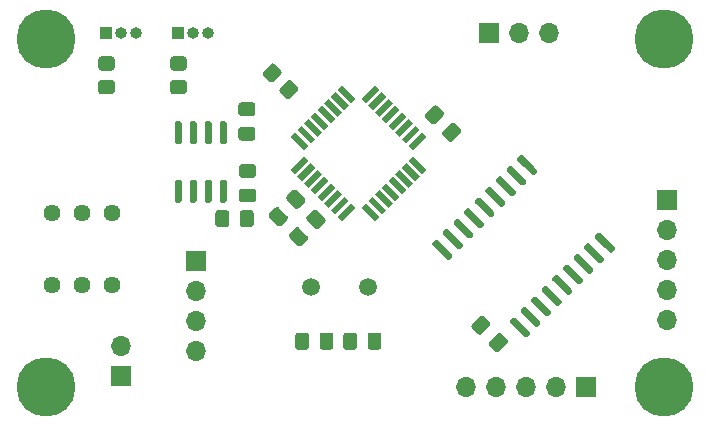
<source format=gbr>
%TF.GenerationSoftware,KiCad,Pcbnew,(5.1.8)-1*%
%TF.CreationDate,2021-01-04T13:49:47+01:00*%
%TF.ProjectId,fablab,6661626c-6162-42e6-9b69-6361645f7063,rev?*%
%TF.SameCoordinates,Original*%
%TF.FileFunction,Soldermask,Top*%
%TF.FilePolarity,Negative*%
%FSLAX46Y46*%
G04 Gerber Fmt 4.6, Leading zero omitted, Abs format (unit mm)*
G04 Created by KiCad (PCBNEW (5.1.8)-1) date 2021-01-04 13:49:47*
%MOMM*%
%LPD*%
G01*
G04 APERTURE LIST*
%ADD10C,5.000000*%
%ADD11C,2.900000*%
%ADD12R,1.700000X1.700000*%
%ADD13O,1.700000X1.700000*%
%ADD14O,1.000000X1.000000*%
%ADD15R,1.000000X1.000000*%
%ADD16C,1.440000*%
%ADD17C,0.100000*%
%ADD18C,1.500000*%
G04 APERTURE END LIST*
D10*
%TO.C,H3*%
X17780000Y-182880000D03*
D11*
X17780000Y-182880000D03*
%TD*%
D10*
%TO.C,H1*%
X17780000Y-153416000D03*
D11*
X17780000Y-153416000D03*
%TD*%
D10*
%TO.C,H4*%
X70104000Y-182880000D03*
D11*
X70104000Y-182880000D03*
%TD*%
D10*
%TO.C,H2*%
X70104000Y-153416000D03*
D11*
X70104000Y-153416000D03*
%TD*%
%TO.C,C1*%
G36*
G01*
X34323000Y-166058000D02*
X35273000Y-166058000D01*
G75*
G02*
X35523000Y-166308000I0J-250000D01*
G01*
X35523000Y-166983000D01*
G75*
G02*
X35273000Y-167233000I-250000J0D01*
G01*
X34323000Y-167233000D01*
G75*
G02*
X34073000Y-166983000I0J250000D01*
G01*
X34073000Y-166308000D01*
G75*
G02*
X34323000Y-166058000I250000J0D01*
G01*
G37*
G36*
G01*
X34323000Y-163983000D02*
X35273000Y-163983000D01*
G75*
G02*
X35523000Y-164233000I0J-250000D01*
G01*
X35523000Y-164908000D01*
G75*
G02*
X35273000Y-165158000I-250000J0D01*
G01*
X34323000Y-165158000D01*
G75*
G02*
X34073000Y-164908000I0J250000D01*
G01*
X34073000Y-164233000D01*
G75*
G02*
X34323000Y-163983000I250000J0D01*
G01*
G37*
%TD*%
%TO.C,C2*%
G36*
G01*
X35222200Y-159925600D02*
X34272200Y-159925600D01*
G75*
G02*
X34022200Y-159675600I0J250000D01*
G01*
X34022200Y-159000600D01*
G75*
G02*
X34272200Y-158750600I250000J0D01*
G01*
X35222200Y-158750600D01*
G75*
G02*
X35472200Y-159000600I0J-250000D01*
G01*
X35472200Y-159675600D01*
G75*
G02*
X35222200Y-159925600I-250000J0D01*
G01*
G37*
G36*
G01*
X35222200Y-162000600D02*
X34272200Y-162000600D01*
G75*
G02*
X34022200Y-161750600I0J250000D01*
G01*
X34022200Y-161075600D01*
G75*
G02*
X34272200Y-160825600I250000J0D01*
G01*
X35222200Y-160825600D01*
G75*
G02*
X35472200Y-161075600I0J-250000D01*
G01*
X35472200Y-161750600D01*
G75*
G02*
X35222200Y-162000600I-250000J0D01*
G01*
G37*
%TD*%
%TO.C,C3*%
G36*
G01*
X33250000Y-168125000D02*
X33250000Y-169075000D01*
G75*
G02*
X33000000Y-169325000I-250000J0D01*
G01*
X32325000Y-169325000D01*
G75*
G02*
X32075000Y-169075000I0J250000D01*
G01*
X32075000Y-168125000D01*
G75*
G02*
X32325000Y-167875000I250000J0D01*
G01*
X33000000Y-167875000D01*
G75*
G02*
X33250000Y-168125000I0J-250000D01*
G01*
G37*
G36*
G01*
X35325000Y-168125000D02*
X35325000Y-169075000D01*
G75*
G02*
X35075000Y-169325000I-250000J0D01*
G01*
X34400000Y-169325000D01*
G75*
G02*
X34150000Y-169075000I0J250000D01*
G01*
X34150000Y-168125000D01*
G75*
G02*
X34400000Y-167875000I250000J0D01*
G01*
X35075000Y-167875000D01*
G75*
G02*
X35325000Y-168125000I0J-250000D01*
G01*
G37*
%TD*%
%TO.C,C7*%
G36*
G01*
X55282322Y-179004073D02*
X55954073Y-178332322D01*
G75*
G02*
X56307627Y-178332322I176777J-176777D01*
G01*
X56784924Y-178809619D01*
G75*
G02*
X56784924Y-179163173I-176777J-176777D01*
G01*
X56113173Y-179834924D01*
G75*
G02*
X55759619Y-179834924I-176777J176777D01*
G01*
X55282322Y-179357627D01*
G75*
G02*
X55282322Y-179004073I176777J176777D01*
G01*
G37*
G36*
G01*
X53815076Y-177536827D02*
X54486827Y-176865076D01*
G75*
G02*
X54840381Y-176865076I176777J-176777D01*
G01*
X55317678Y-177342373D01*
G75*
G02*
X55317678Y-177695927I-176777J-176777D01*
G01*
X54645927Y-178367678D01*
G75*
G02*
X54292373Y-178367678I-176777J176777D01*
G01*
X53815076Y-177890381D01*
G75*
G02*
X53815076Y-177536827I176777J176777D01*
G01*
G37*
%TD*%
%TO.C,R1*%
G36*
G01*
X22409999Y-156864000D02*
X23310001Y-156864000D01*
G75*
G02*
X23560000Y-157113999I0J-249999D01*
G01*
X23560000Y-157814001D01*
G75*
G02*
X23310001Y-158064000I-249999J0D01*
G01*
X22409999Y-158064000D01*
G75*
G02*
X22160000Y-157814001I0J249999D01*
G01*
X22160000Y-157113999D01*
G75*
G02*
X22409999Y-156864000I249999J0D01*
G01*
G37*
G36*
G01*
X22409999Y-154864000D02*
X23310001Y-154864000D01*
G75*
G02*
X23560000Y-155113999I0J-249999D01*
G01*
X23560000Y-155814001D01*
G75*
G02*
X23310001Y-156064000I-249999J0D01*
G01*
X22409999Y-156064000D01*
G75*
G02*
X22160000Y-155814001I0J249999D01*
G01*
X22160000Y-155113999D01*
G75*
G02*
X22409999Y-154864000I249999J0D01*
G01*
G37*
%TD*%
%TO.C,R2*%
G36*
G01*
X28505999Y-156864000D02*
X29406001Y-156864000D01*
G75*
G02*
X29656000Y-157113999I0J-249999D01*
G01*
X29656000Y-157814001D01*
G75*
G02*
X29406001Y-158064000I-249999J0D01*
G01*
X28505999Y-158064000D01*
G75*
G02*
X28256000Y-157814001I0J249999D01*
G01*
X28256000Y-157113999D01*
G75*
G02*
X28505999Y-156864000I249999J0D01*
G01*
G37*
G36*
G01*
X28505999Y-154864000D02*
X29406001Y-154864000D01*
G75*
G02*
X29656000Y-155113999I0J-249999D01*
G01*
X29656000Y-155814001D01*
G75*
G02*
X29406001Y-156064000I-249999J0D01*
G01*
X28505999Y-156064000D01*
G75*
G02*
X28256000Y-155814001I0J249999D01*
G01*
X28256000Y-155113999D01*
G75*
G02*
X28505999Y-154864000I249999J0D01*
G01*
G37*
%TD*%
%TO.C,R3*%
G36*
G01*
X37556644Y-157573042D02*
X38193042Y-156936644D01*
G75*
G02*
X38546594Y-156936644I176776J-176776D01*
G01*
X39041570Y-157431620D01*
G75*
G02*
X39041570Y-157785172I-176776J-176776D01*
G01*
X38405172Y-158421570D01*
G75*
G02*
X38051620Y-158421570I-176776J176776D01*
G01*
X37556644Y-157926594D01*
G75*
G02*
X37556644Y-157573042I176776J176776D01*
G01*
G37*
G36*
G01*
X36142430Y-156158828D02*
X36778828Y-155522430D01*
G75*
G02*
X37132380Y-155522430I176776J-176776D01*
G01*
X37627356Y-156017406D01*
G75*
G02*
X37627356Y-156370958I-176776J-176776D01*
G01*
X36990958Y-157007356D01*
G75*
G02*
X36637406Y-157007356I-176776J176776D01*
G01*
X36142430Y-156512380D01*
G75*
G02*
X36142430Y-156158828I176776J176776D01*
G01*
G37*
%TD*%
D12*
%TO.C,J5*%
X63500000Y-182880000D03*
D13*
X60960000Y-182880000D03*
X58420000Y-182880000D03*
X55880000Y-182880000D03*
X53340000Y-182880000D03*
%TD*%
D12*
%TO.C,J4*%
X70300000Y-167000000D03*
D13*
X70300000Y-169540000D03*
X70300000Y-172080000D03*
X70300000Y-174620000D03*
X70300000Y-177160000D03*
%TD*%
%TO.C,C4*%
G36*
G01*
X51367678Y-159895927D02*
X50695927Y-160567678D01*
G75*
G02*
X50342373Y-160567678I-176777J176777D01*
G01*
X49865076Y-160090381D01*
G75*
G02*
X49865076Y-159736827I176777J176777D01*
G01*
X50536827Y-159065076D01*
G75*
G02*
X50890381Y-159065076I176777J-176777D01*
G01*
X51367678Y-159542373D01*
G75*
G02*
X51367678Y-159895927I-176777J-176777D01*
G01*
G37*
G36*
G01*
X52834924Y-161363173D02*
X52163173Y-162034924D01*
G75*
G02*
X51809619Y-162034924I-176777J176777D01*
G01*
X51332322Y-161557627D01*
G75*
G02*
X51332322Y-161204073I176777J176777D01*
G01*
X52004073Y-160532322D01*
G75*
G02*
X52357627Y-160532322I176777J-176777D01*
G01*
X52834924Y-161009619D01*
G75*
G02*
X52834924Y-161363173I-176777J-176777D01*
G01*
G37*
%TD*%
D14*
%TO.C,U1*%
X25400000Y-152908000D03*
X24130000Y-152908000D03*
D15*
X22860000Y-152908000D03*
%TD*%
D14*
%TO.C,U2*%
X31496000Y-152908000D03*
X30226000Y-152908000D03*
D15*
X28956000Y-152908000D03*
%TD*%
%TO.C,C5*%
G36*
G01*
X38831000Y-179451000D02*
X38831000Y-178501000D01*
G75*
G02*
X39081000Y-178251000I250000J0D01*
G01*
X39756000Y-178251000D01*
G75*
G02*
X40006000Y-178501000I0J-250000D01*
G01*
X40006000Y-179451000D01*
G75*
G02*
X39756000Y-179701000I-250000J0D01*
G01*
X39081000Y-179701000D01*
G75*
G02*
X38831000Y-179451000I0J250000D01*
G01*
G37*
G36*
G01*
X40906000Y-179451000D02*
X40906000Y-178501000D01*
G75*
G02*
X41156000Y-178251000I250000J0D01*
G01*
X41831000Y-178251000D01*
G75*
G02*
X42081000Y-178501000I0J-250000D01*
G01*
X42081000Y-179451000D01*
G75*
G02*
X41831000Y-179701000I-250000J0D01*
G01*
X41156000Y-179701000D01*
G75*
G02*
X40906000Y-179451000I0J250000D01*
G01*
G37*
%TD*%
%TO.C,C6*%
G36*
G01*
X44970000Y-179451000D02*
X44970000Y-178501000D01*
G75*
G02*
X45220000Y-178251000I250000J0D01*
G01*
X45895000Y-178251000D01*
G75*
G02*
X46145000Y-178501000I0J-250000D01*
G01*
X46145000Y-179451000D01*
G75*
G02*
X45895000Y-179701000I-250000J0D01*
G01*
X45220000Y-179701000D01*
G75*
G02*
X44970000Y-179451000I0J250000D01*
G01*
G37*
G36*
G01*
X42895000Y-179451000D02*
X42895000Y-178501000D01*
G75*
G02*
X43145000Y-178251000I250000J0D01*
G01*
X43820000Y-178251000D01*
G75*
G02*
X44070000Y-178501000I0J-250000D01*
G01*
X44070000Y-179451000D01*
G75*
G02*
X43820000Y-179701000I-250000J0D01*
G01*
X43145000Y-179701000D01*
G75*
G02*
X42895000Y-179451000I0J250000D01*
G01*
G37*
%TD*%
D12*
%TO.C,J2*%
X24053800Y-181965600D03*
D13*
X24053800Y-179425600D03*
%TD*%
D16*
%TO.C,RV1*%
X18288000Y-168148000D03*
X20828000Y-168148000D03*
X23368000Y-168148000D03*
%TD*%
%TO.C,RV2*%
X23368000Y-174244000D03*
X20828000Y-174244000D03*
X18288000Y-174244000D03*
%TD*%
%TO.C,U3*%
G36*
G01*
X32605000Y-160350000D02*
X32905000Y-160350000D01*
G75*
G02*
X33055000Y-160500000I0J-150000D01*
G01*
X33055000Y-162150000D01*
G75*
G02*
X32905000Y-162300000I-150000J0D01*
G01*
X32605000Y-162300000D01*
G75*
G02*
X32455000Y-162150000I0J150000D01*
G01*
X32455000Y-160500000D01*
G75*
G02*
X32605000Y-160350000I150000J0D01*
G01*
G37*
G36*
G01*
X31335000Y-160350000D02*
X31635000Y-160350000D01*
G75*
G02*
X31785000Y-160500000I0J-150000D01*
G01*
X31785000Y-162150000D01*
G75*
G02*
X31635000Y-162300000I-150000J0D01*
G01*
X31335000Y-162300000D01*
G75*
G02*
X31185000Y-162150000I0J150000D01*
G01*
X31185000Y-160500000D01*
G75*
G02*
X31335000Y-160350000I150000J0D01*
G01*
G37*
G36*
G01*
X30065000Y-160350000D02*
X30365000Y-160350000D01*
G75*
G02*
X30515000Y-160500000I0J-150000D01*
G01*
X30515000Y-162150000D01*
G75*
G02*
X30365000Y-162300000I-150000J0D01*
G01*
X30065000Y-162300000D01*
G75*
G02*
X29915000Y-162150000I0J150000D01*
G01*
X29915000Y-160500000D01*
G75*
G02*
X30065000Y-160350000I150000J0D01*
G01*
G37*
G36*
G01*
X28795000Y-160350000D02*
X29095000Y-160350000D01*
G75*
G02*
X29245000Y-160500000I0J-150000D01*
G01*
X29245000Y-162150000D01*
G75*
G02*
X29095000Y-162300000I-150000J0D01*
G01*
X28795000Y-162300000D01*
G75*
G02*
X28645000Y-162150000I0J150000D01*
G01*
X28645000Y-160500000D01*
G75*
G02*
X28795000Y-160350000I150000J0D01*
G01*
G37*
G36*
G01*
X28795000Y-165300000D02*
X29095000Y-165300000D01*
G75*
G02*
X29245000Y-165450000I0J-150000D01*
G01*
X29245000Y-167100000D01*
G75*
G02*
X29095000Y-167250000I-150000J0D01*
G01*
X28795000Y-167250000D01*
G75*
G02*
X28645000Y-167100000I0J150000D01*
G01*
X28645000Y-165450000D01*
G75*
G02*
X28795000Y-165300000I150000J0D01*
G01*
G37*
G36*
G01*
X30065000Y-165300000D02*
X30365000Y-165300000D01*
G75*
G02*
X30515000Y-165450000I0J-150000D01*
G01*
X30515000Y-167100000D01*
G75*
G02*
X30365000Y-167250000I-150000J0D01*
G01*
X30065000Y-167250000D01*
G75*
G02*
X29915000Y-167100000I0J150000D01*
G01*
X29915000Y-165450000D01*
G75*
G02*
X30065000Y-165300000I150000J0D01*
G01*
G37*
G36*
G01*
X31335000Y-165300000D02*
X31635000Y-165300000D01*
G75*
G02*
X31785000Y-165450000I0J-150000D01*
G01*
X31785000Y-167100000D01*
G75*
G02*
X31635000Y-167250000I-150000J0D01*
G01*
X31335000Y-167250000D01*
G75*
G02*
X31185000Y-167100000I0J150000D01*
G01*
X31185000Y-165450000D01*
G75*
G02*
X31335000Y-165300000I150000J0D01*
G01*
G37*
G36*
G01*
X32605000Y-165300000D02*
X32905000Y-165300000D01*
G75*
G02*
X33055000Y-165450000I0J-150000D01*
G01*
X33055000Y-167100000D01*
G75*
G02*
X32905000Y-167250000I-150000J0D01*
G01*
X32605000Y-167250000D01*
G75*
G02*
X32455000Y-167100000I0J150000D01*
G01*
X32455000Y-165450000D01*
G75*
G02*
X32605000Y-165300000I150000J0D01*
G01*
G37*
%TD*%
D17*
%TO.C,U4*%
G36*
X38839666Y-164853445D02*
G01*
X38450757Y-164464536D01*
X39582128Y-163333165D01*
X39971037Y-163722074D01*
X38839666Y-164853445D01*
G37*
G36*
X39405352Y-165419130D02*
G01*
X39016443Y-165030221D01*
X40147814Y-163898850D01*
X40536723Y-164287759D01*
X39405352Y-165419130D01*
G37*
G36*
X39971037Y-165984816D02*
G01*
X39582128Y-165595907D01*
X40713499Y-164464536D01*
X41102408Y-164853445D01*
X39971037Y-165984816D01*
G37*
G36*
X40536722Y-166550501D02*
G01*
X40147813Y-166161592D01*
X41279184Y-165030221D01*
X41668093Y-165419130D01*
X40536722Y-166550501D01*
G37*
G36*
X41102408Y-167116187D02*
G01*
X40713499Y-166727278D01*
X41844870Y-165595907D01*
X42233779Y-165984816D01*
X41102408Y-167116187D01*
G37*
G36*
X41668093Y-167681872D02*
G01*
X41279184Y-167292963D01*
X42410555Y-166161592D01*
X42799464Y-166550501D01*
X41668093Y-167681872D01*
G37*
G36*
X42233779Y-168247557D02*
G01*
X41844870Y-167858648D01*
X42976241Y-166727277D01*
X43365150Y-167116186D01*
X42233779Y-168247557D01*
G37*
G36*
X42799464Y-168813243D02*
G01*
X42410555Y-168424334D01*
X43541926Y-167292963D01*
X43930835Y-167681872D01*
X42799464Y-168813243D01*
G37*
G36*
X45981445Y-168424334D02*
G01*
X45592536Y-168813243D01*
X44461165Y-167681872D01*
X44850074Y-167292963D01*
X45981445Y-168424334D01*
G37*
G36*
X46547130Y-167858648D02*
G01*
X46158221Y-168247557D01*
X45026850Y-167116186D01*
X45415759Y-166727277D01*
X46547130Y-167858648D01*
G37*
G36*
X47112816Y-167292963D02*
G01*
X46723907Y-167681872D01*
X45592536Y-166550501D01*
X45981445Y-166161592D01*
X47112816Y-167292963D01*
G37*
G36*
X47678501Y-166727278D02*
G01*
X47289592Y-167116187D01*
X46158221Y-165984816D01*
X46547130Y-165595907D01*
X47678501Y-166727278D01*
G37*
G36*
X48244187Y-166161592D02*
G01*
X47855278Y-166550501D01*
X46723907Y-165419130D01*
X47112816Y-165030221D01*
X48244187Y-166161592D01*
G37*
G36*
X48809872Y-165595907D02*
G01*
X48420963Y-165984816D01*
X47289592Y-164853445D01*
X47678501Y-164464536D01*
X48809872Y-165595907D01*
G37*
G36*
X49375557Y-165030221D02*
G01*
X48986648Y-165419130D01*
X47855277Y-164287759D01*
X48244186Y-163898850D01*
X49375557Y-165030221D01*
G37*
G36*
X49941243Y-164464536D02*
G01*
X49552334Y-164853445D01*
X48420963Y-163722074D01*
X48809872Y-163333165D01*
X49941243Y-164464536D01*
G37*
G36*
X48809872Y-162802835D02*
G01*
X48420963Y-162413926D01*
X49552334Y-161282555D01*
X49941243Y-161671464D01*
X48809872Y-162802835D01*
G37*
G36*
X48244186Y-162237150D02*
G01*
X47855277Y-161848241D01*
X48986648Y-160716870D01*
X49375557Y-161105779D01*
X48244186Y-162237150D01*
G37*
G36*
X47678501Y-161671464D02*
G01*
X47289592Y-161282555D01*
X48420963Y-160151184D01*
X48809872Y-160540093D01*
X47678501Y-161671464D01*
G37*
G36*
X47112816Y-161105779D02*
G01*
X46723907Y-160716870D01*
X47855278Y-159585499D01*
X48244187Y-159974408D01*
X47112816Y-161105779D01*
G37*
G36*
X46547130Y-160540093D02*
G01*
X46158221Y-160151184D01*
X47289592Y-159019813D01*
X47678501Y-159408722D01*
X46547130Y-160540093D01*
G37*
G36*
X45981445Y-159974408D02*
G01*
X45592536Y-159585499D01*
X46723907Y-158454128D01*
X47112816Y-158843037D01*
X45981445Y-159974408D01*
G37*
G36*
X45415759Y-159408723D02*
G01*
X45026850Y-159019814D01*
X46158221Y-157888443D01*
X46547130Y-158277352D01*
X45415759Y-159408723D01*
G37*
G36*
X44850074Y-158843037D02*
G01*
X44461165Y-158454128D01*
X45592536Y-157322757D01*
X45981445Y-157711666D01*
X44850074Y-158843037D01*
G37*
G36*
X43930835Y-158454128D02*
G01*
X43541926Y-158843037D01*
X42410555Y-157711666D01*
X42799464Y-157322757D01*
X43930835Y-158454128D01*
G37*
G36*
X43365150Y-159019814D02*
G01*
X42976241Y-159408723D01*
X41844870Y-158277352D01*
X42233779Y-157888443D01*
X43365150Y-159019814D01*
G37*
G36*
X42799464Y-159585499D02*
G01*
X42410555Y-159974408D01*
X41279184Y-158843037D01*
X41668093Y-158454128D01*
X42799464Y-159585499D01*
G37*
G36*
X42233779Y-160151184D02*
G01*
X41844870Y-160540093D01*
X40713499Y-159408722D01*
X41102408Y-159019813D01*
X42233779Y-160151184D01*
G37*
G36*
X41668093Y-160716870D02*
G01*
X41279184Y-161105779D01*
X40147813Y-159974408D01*
X40536722Y-159585499D01*
X41668093Y-160716870D01*
G37*
G36*
X41102408Y-161282555D02*
G01*
X40713499Y-161671464D01*
X39582128Y-160540093D01*
X39971037Y-160151184D01*
X41102408Y-161282555D01*
G37*
G36*
X40536723Y-161848241D02*
G01*
X40147814Y-162237150D01*
X39016443Y-161105779D01*
X39405352Y-160716870D01*
X40536723Y-161848241D01*
G37*
G36*
X39971037Y-162413926D02*
G01*
X39582128Y-162802835D01*
X38450757Y-161671464D01*
X38839666Y-161282555D01*
X39971037Y-162413926D01*
G37*
%TD*%
%TO.C,U5*%
G36*
G01*
X57639206Y-163443133D02*
X57851338Y-163231001D01*
G75*
G02*
X58063470Y-163231001I106066J-106066D01*
G01*
X59300906Y-164468437D01*
G75*
G02*
X59300906Y-164680569I-106066J-106066D01*
G01*
X59088774Y-164892701D01*
G75*
G02*
X58876642Y-164892701I-106066J106066D01*
G01*
X57639206Y-163655265D01*
G75*
G02*
X57639206Y-163443133I106066J106066D01*
G01*
G37*
G36*
G01*
X56741180Y-164341159D02*
X56953312Y-164129027D01*
G75*
G02*
X57165444Y-164129027I106066J-106066D01*
G01*
X58402880Y-165366463D01*
G75*
G02*
X58402880Y-165578595I-106066J-106066D01*
G01*
X58190748Y-165790727D01*
G75*
G02*
X57978616Y-165790727I-106066J106066D01*
G01*
X56741180Y-164553291D01*
G75*
G02*
X56741180Y-164341159I106066J106066D01*
G01*
G37*
G36*
G01*
X55843155Y-165239184D02*
X56055287Y-165027052D01*
G75*
G02*
X56267419Y-165027052I106066J-106066D01*
G01*
X57504855Y-166264488D01*
G75*
G02*
X57504855Y-166476620I-106066J-106066D01*
G01*
X57292723Y-166688752D01*
G75*
G02*
X57080591Y-166688752I-106066J106066D01*
G01*
X55843155Y-165451316D01*
G75*
G02*
X55843155Y-165239184I106066J106066D01*
G01*
G37*
G36*
G01*
X54945129Y-166137210D02*
X55157261Y-165925078D01*
G75*
G02*
X55369393Y-165925078I106066J-106066D01*
G01*
X56606829Y-167162514D01*
G75*
G02*
X56606829Y-167374646I-106066J-106066D01*
G01*
X56394697Y-167586778D01*
G75*
G02*
X56182565Y-167586778I-106066J106066D01*
G01*
X54945129Y-166349342D01*
G75*
G02*
X54945129Y-166137210I106066J106066D01*
G01*
G37*
G36*
G01*
X54047103Y-167035235D02*
X54259235Y-166823103D01*
G75*
G02*
X54471367Y-166823103I106066J-106066D01*
G01*
X55708803Y-168060539D01*
G75*
G02*
X55708803Y-168272671I-106066J-106066D01*
G01*
X55496671Y-168484803D01*
G75*
G02*
X55284539Y-168484803I-106066J106066D01*
G01*
X54047103Y-167247367D01*
G75*
G02*
X54047103Y-167035235I106066J106066D01*
G01*
G37*
G36*
G01*
X53149078Y-167933261D02*
X53361210Y-167721129D01*
G75*
G02*
X53573342Y-167721129I106066J-106066D01*
G01*
X54810778Y-168958565D01*
G75*
G02*
X54810778Y-169170697I-106066J-106066D01*
G01*
X54598646Y-169382829D01*
G75*
G02*
X54386514Y-169382829I-106066J106066D01*
G01*
X53149078Y-168145393D01*
G75*
G02*
X53149078Y-167933261I106066J106066D01*
G01*
G37*
G36*
G01*
X52251052Y-168831287D02*
X52463184Y-168619155D01*
G75*
G02*
X52675316Y-168619155I106066J-106066D01*
G01*
X53912752Y-169856591D01*
G75*
G02*
X53912752Y-170068723I-106066J-106066D01*
G01*
X53700620Y-170280855D01*
G75*
G02*
X53488488Y-170280855I-106066J106066D01*
G01*
X52251052Y-169043419D01*
G75*
G02*
X52251052Y-168831287I106066J106066D01*
G01*
G37*
G36*
G01*
X51353027Y-169729312D02*
X51565159Y-169517180D01*
G75*
G02*
X51777291Y-169517180I106066J-106066D01*
G01*
X53014727Y-170754616D01*
G75*
G02*
X53014727Y-170966748I-106066J-106066D01*
G01*
X52802595Y-171178880D01*
G75*
G02*
X52590463Y-171178880I-106066J106066D01*
G01*
X51353027Y-169941444D01*
G75*
G02*
X51353027Y-169729312I106066J106066D01*
G01*
G37*
G36*
G01*
X50455001Y-170627338D02*
X50667133Y-170415206D01*
G75*
G02*
X50879265Y-170415206I106066J-106066D01*
G01*
X52116701Y-171652642D01*
G75*
G02*
X52116701Y-171864774I-106066J-106066D01*
G01*
X51904569Y-172076906D01*
G75*
G02*
X51692437Y-172076906I-106066J106066D01*
G01*
X50455001Y-170839470D01*
G75*
G02*
X50455001Y-170627338I106066J106066D01*
G01*
G37*
G36*
G01*
X57031094Y-177203431D02*
X57243226Y-176991299D01*
G75*
G02*
X57455358Y-176991299I106066J-106066D01*
G01*
X58692794Y-178228735D01*
G75*
G02*
X58692794Y-178440867I-106066J-106066D01*
G01*
X58480662Y-178652999D01*
G75*
G02*
X58268530Y-178652999I-106066J106066D01*
G01*
X57031094Y-177415563D01*
G75*
G02*
X57031094Y-177203431I106066J106066D01*
G01*
G37*
G36*
G01*
X57929120Y-176305405D02*
X58141252Y-176093273D01*
G75*
G02*
X58353384Y-176093273I106066J-106066D01*
G01*
X59590820Y-177330709D01*
G75*
G02*
X59590820Y-177542841I-106066J-106066D01*
G01*
X59378688Y-177754973D01*
G75*
G02*
X59166556Y-177754973I-106066J106066D01*
G01*
X57929120Y-176517537D01*
G75*
G02*
X57929120Y-176305405I106066J106066D01*
G01*
G37*
G36*
G01*
X58827145Y-175407380D02*
X59039277Y-175195248D01*
G75*
G02*
X59251409Y-175195248I106066J-106066D01*
G01*
X60488845Y-176432684D01*
G75*
G02*
X60488845Y-176644816I-106066J-106066D01*
G01*
X60276713Y-176856948D01*
G75*
G02*
X60064581Y-176856948I-106066J106066D01*
G01*
X58827145Y-175619512D01*
G75*
G02*
X58827145Y-175407380I106066J106066D01*
G01*
G37*
G36*
G01*
X59725171Y-174509354D02*
X59937303Y-174297222D01*
G75*
G02*
X60149435Y-174297222I106066J-106066D01*
G01*
X61386871Y-175534658D01*
G75*
G02*
X61386871Y-175746790I-106066J-106066D01*
G01*
X61174739Y-175958922D01*
G75*
G02*
X60962607Y-175958922I-106066J106066D01*
G01*
X59725171Y-174721486D01*
G75*
G02*
X59725171Y-174509354I106066J106066D01*
G01*
G37*
G36*
G01*
X60623197Y-173611329D02*
X60835329Y-173399197D01*
G75*
G02*
X61047461Y-173399197I106066J-106066D01*
G01*
X62284897Y-174636633D01*
G75*
G02*
X62284897Y-174848765I-106066J-106066D01*
G01*
X62072765Y-175060897D01*
G75*
G02*
X61860633Y-175060897I-106066J106066D01*
G01*
X60623197Y-173823461D01*
G75*
G02*
X60623197Y-173611329I106066J106066D01*
G01*
G37*
G36*
G01*
X61521222Y-172713303D02*
X61733354Y-172501171D01*
G75*
G02*
X61945486Y-172501171I106066J-106066D01*
G01*
X63182922Y-173738607D01*
G75*
G02*
X63182922Y-173950739I-106066J-106066D01*
G01*
X62970790Y-174162871D01*
G75*
G02*
X62758658Y-174162871I-106066J106066D01*
G01*
X61521222Y-172925435D01*
G75*
G02*
X61521222Y-172713303I106066J106066D01*
G01*
G37*
G36*
G01*
X62419248Y-171815277D02*
X62631380Y-171603145D01*
G75*
G02*
X62843512Y-171603145I106066J-106066D01*
G01*
X64080948Y-172840581D01*
G75*
G02*
X64080948Y-173052713I-106066J-106066D01*
G01*
X63868816Y-173264845D01*
G75*
G02*
X63656684Y-173264845I-106066J106066D01*
G01*
X62419248Y-172027409D01*
G75*
G02*
X62419248Y-171815277I106066J106066D01*
G01*
G37*
G36*
G01*
X63317273Y-170917252D02*
X63529405Y-170705120D01*
G75*
G02*
X63741537Y-170705120I106066J-106066D01*
G01*
X64978973Y-171942556D01*
G75*
G02*
X64978973Y-172154688I-106066J-106066D01*
G01*
X64766841Y-172366820D01*
G75*
G02*
X64554709Y-172366820I-106066J106066D01*
G01*
X63317273Y-171129384D01*
G75*
G02*
X63317273Y-170917252I106066J106066D01*
G01*
G37*
G36*
G01*
X64215299Y-170019226D02*
X64427431Y-169807094D01*
G75*
G02*
X64639563Y-169807094I106066J-106066D01*
G01*
X65876999Y-171044530D01*
G75*
G02*
X65876999Y-171256662I-106066J-106066D01*
G01*
X65664867Y-171468794D01*
G75*
G02*
X65452735Y-171468794I-106066J106066D01*
G01*
X64215299Y-170231358D01*
G75*
G02*
X64215299Y-170019226I106066J106066D01*
G01*
G37*
%TD*%
D18*
%TO.C,Y1*%
X45028000Y-174404000D03*
X40148000Y-174404000D03*
%TD*%
%TO.C,C8*%
G36*
G01*
X37495927Y-167682322D02*
X38167678Y-168354073D01*
G75*
G02*
X38167678Y-168707627I-176777J-176777D01*
G01*
X37690381Y-169184924D01*
G75*
G02*
X37336827Y-169184924I-176777J176777D01*
G01*
X36665076Y-168513173D01*
G75*
G02*
X36665076Y-168159619I176777J176777D01*
G01*
X37142373Y-167682322D01*
G75*
G02*
X37495927Y-167682322I176777J-176777D01*
G01*
G37*
G36*
G01*
X38963173Y-166215076D02*
X39634924Y-166886827D01*
G75*
G02*
X39634924Y-167240381I-176777J-176777D01*
G01*
X39157627Y-167717678D01*
G75*
G02*
X38804073Y-167717678I-176777J176777D01*
G01*
X38132322Y-167045927D01*
G75*
G02*
X38132322Y-166692373I176777J176777D01*
G01*
X38609619Y-166215076D01*
G75*
G02*
X38963173Y-166215076I176777J-176777D01*
G01*
G37*
%TD*%
%TO.C,C9*%
G36*
G01*
X40663173Y-167915076D02*
X41334924Y-168586827D01*
G75*
G02*
X41334924Y-168940381I-176777J-176777D01*
G01*
X40857627Y-169417678D01*
G75*
G02*
X40504073Y-169417678I-176777J176777D01*
G01*
X39832322Y-168745927D01*
G75*
G02*
X39832322Y-168392373I176777J176777D01*
G01*
X40309619Y-167915076D01*
G75*
G02*
X40663173Y-167915076I176777J-176777D01*
G01*
G37*
G36*
G01*
X39195927Y-169382322D02*
X39867678Y-170054073D01*
G75*
G02*
X39867678Y-170407627I-176777J-176777D01*
G01*
X39390381Y-170884924D01*
G75*
G02*
X39036827Y-170884924I-176777J176777D01*
G01*
X38365076Y-170213173D01*
G75*
G02*
X38365076Y-169859619I176777J176777D01*
G01*
X38842373Y-169382322D01*
G75*
G02*
X39195927Y-169382322I176777J-176777D01*
G01*
G37*
%TD*%
D12*
%TO.C,J1*%
X30454600Y-172161200D03*
D13*
X30454600Y-174701200D03*
X30454600Y-177241200D03*
X30454600Y-179781200D03*
%TD*%
D12*
%TO.C,J3*%
X55219600Y-152908000D03*
D13*
X57759600Y-152908000D03*
X60299600Y-152908000D03*
%TD*%
M02*

</source>
